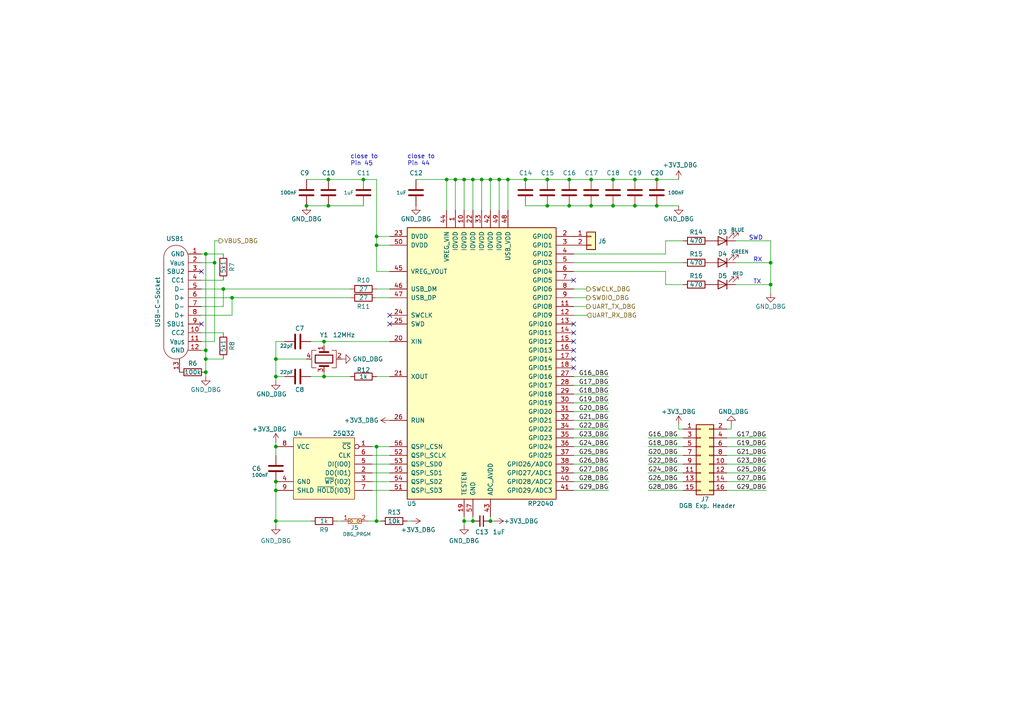
<source format=kicad_sch>
(kicad_sch (version 20231120) (generator "eeschema") (generator_version "8.0")
  (paper "A4")
  (lib_symbols
    (symbol "Connector_Generic:Conn_01x02" (pin_names (offset 1.016) hide)
      (property "Reference" "J" (at 0 2.54 0))
      (property "Value" "Conn_01x02" (at 0 -5.08 0))
      (symbol "Conn_01x02_1_1"
        (rectangle (start -1.27 -2.413) (end 0 -2.667) (stroke (width 0.1524)))
        (rectangle (start -1.27 0.127) (end 0 -0.127) (stroke (width 0.1524)))
        (rectangle (start -1.27 1.27) (end 1.27 -3.81) (stroke (width 0.254)) (fill (type background)))
        (pin passive line (at -5.08 0 0) (length 3.81) (name "Pin_1") (number "1"))
        (pin passive line (at -5.08 -2.54 0) (length 3.81) (name "Pin_2") (number "2"))
      )
    )
    (symbol "Connector_Generic:Conn_02x08_Odd_Even" (pin_names (offset 1.016) hide)
      (property "Reference" "J" (at 1.27 10.16 0))
      (property "Value" "Conn_02x08_Odd_Even" (at 1.27 -12.7 0))
      (symbol "Conn_02x08_Odd_Even_1_1"
        (rectangle (start -1.27 -10.033) (end 0 -10.287) (stroke (width 0.1524)))
        (rectangle (start -1.27 -7.493) (end 0 -7.747) (stroke (width 0.1524)))
        (rectangle (start -1.27 -4.953) (end 0 -5.207) (stroke (width 0.1524)))
        (rectangle (start -1.27 -2.413) (end 0 -2.667) (stroke (width 0.1524)))
        (rectangle (start -1.27 0.127) (end 0 -0.127) (stroke (width 0.1524)))
        (rectangle (start -1.27 2.667) (end 0 2.413) (stroke (width 0.1524)))
        (rectangle (start -1.27 5.207) (end 0 4.953) (stroke (width 0.1524)))
        (rectangle (start -1.27 7.747) (end 0 7.493) (stroke (width 0.1524)))
        (rectangle (start -1.27 8.89) (end 3.81 -11.43) (stroke (width 0.254)) (fill (type background)))
        (rectangle (start 3.81 -10.033) (end 2.54 -10.287) (stroke (width 0.1524)))
        (rectangle (start 3.81 -7.493) (end 2.54 -7.747) (stroke (width 0.1524)))
        (rectangle (start 3.81 -4.953) (end 2.54 -5.207) (stroke (width 0.1524)))
        (rectangle (start 3.81 -2.413) (end 2.54 -2.667) (stroke (width 0.1524)))
        (rectangle (start 3.81 0.127) (end 2.54 -0.127) (stroke (width 0.1524)))
        (rectangle (start 3.81 2.667) (end 2.54 2.413) (stroke (width 0.1524)))
        (rectangle (start 3.81 5.207) (end 2.54 4.953) (stroke (width 0.1524)))
        (rectangle (start 3.81 7.747) (end 2.54 7.493) (stroke (width 0.1524)))
        (pin passive line (at -5.08 7.62 0) (length 3.81) (name "Pin_1") (number "1"))
        (pin passive line (at 7.62 -2.54 180) (length 3.81) (name "Pin_10") (number "10"))
        (pin passive line (at -5.08 -5.08 0) (length 3.81) (name "Pin_11") (number "11"))
        (pin passive line (at 7.62 -5.08 180) (length 3.81) (name "Pin_12") (number "12"))
        (pin passive line (at -5.08 -7.62 0) (length 3.81) (name "Pin_13") (number "13"))
        (pin passive line (at 7.62 -7.62 180) (length 3.81) (name "Pin_14") (number "14"))
        (pin passive line (at -5.08 -10.16 0) (length 3.81) (name "Pin_15") (number "15"))
        (pin passive line (at 7.62 -10.16 180) (length 3.81) (name "Pin_16") (number "16"))
        (pin passive line (at 7.62 7.62 180) (length 3.81) (name "Pin_2") (number "2"))
        (pin passive line (at -5.08 5.08 0) (length 3.81) (name "Pin_3") (number "3"))
        (pin passive line (at 7.62 5.08 180) (length 3.81) (name "Pin_4") (number "4"))
        (pin passive line (at -5.08 2.54 0) (length 3.81) (name "Pin_5") (number "5"))
        (pin passive line (at 7.62 2.54 180) (length 3.81) (name "Pin_6") (number "6"))
        (pin passive line (at -5.08 0 0) (length 3.81) (name "Pin_7") (number "7"))
        (pin passive line (at 7.62 0 180) (length 3.81) (name "Pin_8") (number "8"))
        (pin passive line (at -5.08 -2.54 0) (length 3.81) (name "Pin_9") (number "9"))
      )
    )
    (symbol "Device:C" (pin_numbers hide) (pin_names (offset 0.254))
      (property "Reference" "C" (at 0.635 2.54 0))
      (property "Value" "C" (at 0.635 -2.54 0))
      (symbol "C_0_1"
        (polyline (pts (xy -2.032 -0.762) (xy 2.032 -0.762)) (stroke (width 0.508)))
        (polyline (pts (xy -2.032 0.762) (xy 2.032 0.762)) (stroke (width 0.508)))
      )
      (symbol "C_1_1"
        (pin passive line (at 0 3.81 270) (length 2.794) (name "~") (number "1"))
        (pin passive line (at 0 -3.81 90) (length 2.794) (name "~") (number "2"))
      )
    )
    (symbol "Device:C_Small" (pin_numbers hide) (pin_names (offset 0.254) hide)
      (property "Reference" "C" (at 0.254 1.778 0))
      (property "Value" "C_Small" (at 0.254 -2.032 0))
      (symbol "C_Small_0_1"
        (polyline (pts (xy -1.524 -0.508) (xy 1.524 -0.508)) (stroke (width 0.3302)))
        (polyline (pts (xy -1.524 0.508) (xy 1.524 0.508)) (stroke (width 0.3048)))
      )
      (symbol "C_Small_1_1"
        (pin passive line (at 0 2.54 270) (length 2.032) (name "~") (number "1"))
        (pin passive line (at 0 -2.54 90) (length 2.032) (name "~") (number "2"))
      )
    )
    (symbol "Device:Crystal_GND24" (pin_names (offset 1.016) hide)
      (property "Reference" "Y" (at 3.175 5.08 0))
      (property "Value" "Crystal_GND24" (at 3.175 3.175 0))
      (symbol "Crystal_GND24_0_1"
        (rectangle (start -1.143 2.54) (end 1.143 -2.54) (stroke (width 0.3048)))
        (polyline (pts (xy -2.54 0) (xy -2.032 0)))
        (polyline (pts (xy -2.032 -1.27) (xy -2.032 1.27)) (stroke (width 0.508)))
        (polyline (pts (xy 0 -3.81) (xy 0 -3.556)))
        (polyline (pts (xy 0 3.556) (xy 0 3.81)))
        (polyline (pts (xy 2.032 -1.27) (xy 2.032 1.27)) (stroke (width 0.508)))
        (polyline (pts (xy 2.032 0) (xy 2.54 0)))
        (polyline (pts (xy -2.54 -2.286) (xy -2.54 -3.556) (xy 2.54 -3.556) (xy 2.54 -2.286)))
        (polyline (pts (xy -2.54 2.286) (xy -2.54 3.556) (xy 2.54 3.556) (xy 2.54 2.286)))
      )
      (symbol "Crystal_GND24_1_1"
        (pin passive line (at -3.81 0 0) (length 1.27) (name "1") (number "1"))
        (pin passive line (at 0 5.08 270) (length 1.27) (name "2") (number "2"))
        (pin passive line (at 3.81 0 180) (length 1.27) (name "3") (number "3"))
        (pin passive line (at 0 -5.08 90) (length 1.27) (name "4") (number "4"))
      )
    )
    (symbol "Device:LED" (pin_numbers hide) (pin_names (offset 1.016) hide)
      (property "Reference" "D" (at 0 2.54 0))
      (property "Value" "LED" (at 0 -2.54 0))
      (symbol "LED_0_1"
        (polyline (pts (xy -1.27 -1.27) (xy -1.27 1.27)) (stroke (width 0.254)))
        (polyline (pts (xy -1.27 0) (xy 1.27 0)))
        (polyline (pts (xy 1.27 -1.27) (xy 1.27 1.27) (xy -1.27 0) (xy 1.27 -1.27)) (stroke (width 0.254)))
        (polyline (pts (xy -3.048 -0.762) (xy -4.572 -2.286) (xy -3.81 -2.286) (xy -4.572 -2.286) (xy -4.572 -1.524)))
        (polyline (pts (xy -1.778 -0.762) (xy -3.302 -2.286) (xy -2.54 -2.286) (xy -3.302 -2.286) (xy -3.302 -1.524)))
      )
      (symbol "LED_1_1"
        (pin passive line (at -3.81 0 0) (length 2.54) (name "K") (number "1"))
        (pin passive line (at 3.81 0 180) (length 2.54) (name "A") (number "2"))
      )
    )
    (symbol "Device:R" (pin_numbers hide) (pin_names (offset 0))
      (property "Reference" "R" (at 2.032 0 90))
      (property "Value" "R" (at 0 0 90))
      (symbol "R_0_1"
        (rectangle (start -1.016 -2.54) (end 1.016 2.54) (stroke (width 0.254)))
      )
      (symbol "R_1_1"
        (pin passive line (at 0 3.81 270) (length 1.27) (name "~") (number "1"))
        (pin passive line (at 0 -3.81 90) (length 1.27) (name "~") (number "2"))
      )
    )
    (symbol "rp2350b-launchpad-PCB:+3V3_DBG" (power) (pin_names (offset 0))
      (property "Value" "+3V3_DBG" (at 0 3.556 0))
      (symbol "+3V3_DBG_0_1"
        (polyline (pts (xy -0.762 1.27) (xy 0 2.54)))
        (polyline (pts (xy 0 0) (xy 0 2.54)))
        (polyline (pts (xy 0 2.54) (xy 0.762 1.27)))
      )
      (symbol "+3V3_DBG_1_1"
        (pin power_in line (at 0 0 90) (length 0) hide (name "+3V3_DBG") (number "1"))
      )
    )
    (symbol "rp2350b-launchpad-PCB:25Q32" (pin_names (offset 1.016))
      (property "Reference" "U6" (at 7.62 10.16 0))
      (property "Value" "25Q32" (at -0.635 -10.16 0))
      (symbol "25Q32_0_1"
        (rectangle (start -8.89 8.89) (end 8.89 -8.89) (fill (type background)))
      )
      (symbol "25Q32_1_1"
        (pin input inverted (at -13.97 6.35 0) (length 5.08) (name "~{CS}") (number "1"))
        (pin bidirectional line (at -13.97 -1.27 0) (length 5.08) (name "DO(IO1)") (number "2"))
        (pin bidirectional line (at -13.97 -3.81 0) (length 5.08) (name "~{WP}(IO2)") (number "3"))
        (pin power_in line (at 13.97 -3.81 180) (length 5.08) (name "GND") (number "4"))
        (pin bidirectional line (at -13.97 1.27 0) (length 5.08) (name "DI(IO0)") (number "5"))
        (pin input line (at -13.97 3.81 0) (length 5.08) (name "CLK") (number "6"))
        (pin bidirectional line (at -13.97 -6.35 0) (length 5.08) (name "~{HOLD}(IO3)") (number "7"))
        (pin power_in line (at 13.97 6.35 180) (length 5.08) (name "VCC") (number "8"))
        (pin passive line (at 13.97 -6.35 180) (length 5.08) (name "SHLD") (number "9"))
      )
    )
    (symbol "rp2350b-launchpad-PCB:GND_DBG" (power) (pin_names (offset 0))
      (property "Value" "GND_DBG" (at 0 -3.81 0))
      (symbol "GND_DBG_0_1"
        (polyline (pts (xy 0 0) (xy 0 -1.27) (xy 1.27 -1.27) (xy 0 -2.54) (xy -1.27 -1.27) (xy 0 -1.27)))
      )
      (symbol "GND_DBG_1_1"
        (pin power_in line (at 0 0 270) (length 0) hide (name "GND_DBG") (number "1"))
      )
    )
    (symbol "rp2350b-launchpad-PCB:Jumper" (pin_names (offset 1.016))
      (property "Reference" "J" (at -3.302 3.048 0))
      (property "Value" "Jumper" (at 2.794 3.302 0))
      (symbol "Jumper_0_1"
        (rectangle (start -1.905 0.635) (end 1.905 -0.635) (fill (type background)))
        (circle (center -1.016 0) (radius 0.3556))
        (circle (center 1.016 0) (radius 0.3556))
      )
      (symbol "Jumper_1_1"
        (pin passive line (at -3.81 0 0) (length 2.4384) (name "~") (number "1"))
        (pin passive line (at 3.81 0 180) (length 2.4384) (name "~") (number "2"))
      )
    )
    (symbol "rp2350b-launchpad-PCB:RP2040" (pin_names (offset 1.016))
      (property "Reference" "U" (at -24.13 40.64 0))
      (property "Value" "RP2040" (at -24.13 -41.91 0))
      (symbol "RP2040_0_0"
        (rectangle (start -21.59 -39.37) (end 21.59 39.37) (stroke (width 0.254)) (fill (type background)))
        (pin power_in line (at -7.62 44.45 270) (length 5.08) (name "IOVDD") (number "1"))
        (pin power_in line (at -5.08 44.45 270) (length 5.08) (name "IOVDD") (number "10"))
        (pin bidirectional line (at 26.67 16.51 180) (length 5.08) (name "GPIO8") (number "11"))
        (pin bidirectional line (at 26.67 13.97 180) (length 5.08) (name "GPIO9") (number "12"))
        (pin bidirectional line (at 26.67 11.43 180) (length 5.08) (name "GPIO10") (number "13"))
        (pin bidirectional line (at 26.67 8.89 180) (length 5.08) (name "GPIO11") (number "14"))
        (pin bidirectional line (at 26.67 6.35 180) (length 5.08) (name "GPIO12") (number "15"))
        (pin bidirectional line (at 26.67 3.81 180) (length 5.08) (name "GPIO13") (number "16"))
        (pin bidirectional line (at 26.67 1.27 180) (length 5.08) (name "GPIO14") (number "17"))
        (pin bidirectional line (at 26.67 -1.27 180) (length 5.08) (name "GPIO15") (number "18"))
        (pin passive line (at -5.08 -44.45 90) (length 5.08) (name "TESTEN") (number "19"))
        (pin bidirectional line (at 26.67 36.83 180) (length 5.08) (name "GPIO0") (number "2"))
        (pin input line (at -26.67 6.35 0) (length 5.08) (name "XIN") (number "20"))
        (pin output line (at -26.67 -3.81 0) (length 5.08) (name "XOUT") (number "21"))
        (pin power_in line (at -2.54 44.45 270) (length 5.08) (name "IOVDD") (number "22"))
        (pin power_in line (at -26.67 36.83 0) (length 5.08) (name "DVDD") (number "23"))
        (pin input line (at -26.67 13.97 0) (length 5.08) (name "SWCLK") (number "24"))
        (pin bidirectional line (at -26.67 11.43 0) (length 5.08) (name "SWD") (number "25"))
        (pin input line (at -26.67 -16.51 0) (length 5.08) (name "RUN") (number "26"))
        (pin bidirectional line (at 26.67 -3.81 180) (length 5.08) (name "GPIO16") (number "27"))
        (pin bidirectional line (at 26.67 -6.35 180) (length 5.08) (name "GPIO17") (number "28"))
        (pin bidirectional line (at 26.67 -8.89 180) (length 5.08) (name "GPIO18") (number "29"))
        (pin bidirectional line (at 26.67 34.29 180) (length 5.08) (name "GPIO1") (number "3"))
        (pin bidirectional line (at 26.67 -11.43 180) (length 5.08) (name "GPIO19") (number "30"))
        (pin bidirectional line (at 26.67 -13.97 180) (length 5.08) (name "GPIO20") (number "31"))
        (pin bidirectional line (at 26.67 -16.51 180) (length 5.08) (name "GPIO21") (number "32"))
        (pin power_in line (at 0 44.45 270) (length 5.08) (name "IOVDD") (number "33"))
        (pin bidirectional line (at 26.67 -19.05 180) (length 5.08) (name "GPIO22") (number "34"))
        (pin bidirectional line (at 26.67 -21.59 180) (length 5.08) (name "GPIO23") (number "35"))
        (pin bidirectional line (at 26.67 -24.13 180) (length 5.08) (name "GPIO24") (number "36"))
        (pin bidirectional line (at 26.67 -26.67 180) (length 5.08) (name "GPIO25") (number "37"))
        (pin bidirectional line (at 26.67 -29.21 180) (length 5.08) (name "GPIO26/ADC0") (number "38"))
        (pin bidirectional line (at 26.67 -31.75 180) (length 5.08) (name "GPIO27/ADC1") (number "39"))
        (pin bidirectional line (at 26.67 31.75 180) (length 5.08) (name "GPIO2") (number "4"))
        (pin bidirectional line (at 26.67 -34.29 180) (length 5.08) (name "GPIO28/ADC2") (number "40"))
        (pin bidirectional line (at 26.67 -36.83 180) (length 5.08) (name "GPIO29/ADC3") (number "41"))
        (pin power_in line (at 2.54 44.45 270) (length 5.08) (name "IOVDD") (number "42"))
        (pin power_in line (at 2.54 -44.45 90) (length 5.08) (name "ADC_AVDD") (number "43"))
        (pin input line (at -10.16 44.45 270) (length 5.08) (name "VREG_VIN") (number "44"))
        (pin bidirectional line (at -26.67 21.59 0) (length 5.08) (name "USB_DM") (number "46"))
        (pin bidirectional line (at -26.67 19.05 0) (length 5.08) (name "USB_DP") (number "47"))
        (pin power_in line (at 7.62 44.45 270) (length 5.08) (name "USB_VDD") (number "48"))
        (pin power_in line (at 5.08 44.45 270) (length 5.08) (name "IOVDD") (number "49"))
        (pin bidirectional line (at 26.67 29.21 180) (length 5.08) (name "GPIO3") (number "5"))
        (pin power_in line (at -26.67 34.29 0) (length 5.08) (name "DVDD") (number "50"))
        (pin bidirectional line (at -26.67 -36.83 0) (length 5.08) (name "QSPI_SD3") (number "51"))
        (pin bidirectional line (at -26.67 -26.67 0) (length 5.08) (name "QSPI_SCLK") (number "52"))
        (pin bidirectional line (at -26.67 -29.21 0) (length 5.08) (name "QSPI_SD0") (number "53"))
        (pin bidirectional line (at -26.67 -34.29 0) (length 5.08) (name "QSPI_SD2") (number "54"))
        (pin bidirectional line (at -26.67 -31.75 0) (length 5.08) (name "QSPI_SD1") (number "55"))
        (pin bidirectional line (at -26.67 -24.13 0) (length 5.08) (name "QSPI_CSN") (number "56"))
        (pin power_in line (at -2.54 -44.45 90) (length 5.08) (name "GND") (number "57"))
        (pin bidirectional line (at 26.67 26.67 180) (length 5.08) (name "GPIO4") (number "6"))
        (pin bidirectional line (at 26.67 24.13 180) (length 5.08) (name "GPIO5") (number "7"))
        (pin bidirectional line (at 26.67 21.59 180) (length 5.08) (name "GPIO6") (number "8"))
        (pin bidirectional line (at 26.67 19.05 180) (length 5.08) (name "GPIO7") (number "9"))
      )
      (symbol "RP2040_1_0"
        (pin power_out line (at -26.67 26.67 0) (length 5.08) (name "VREG_VOUT") (number "45"))
      )
    )
    (symbol "rp2350b-launchpad-PCB:USB-C-Socket" (pin_names (offset 1.016))
      (property "Reference" "USB2" (at -5.715 18.415 0))
      (property "Value" "USB-C-Socket" (at -11.43 0.635 90))
      (symbol "USB-C-Socket_0_1"
        (arc (start -9.6525 -13.0657) (mid -5.969 -16.51) (end -2.5405 -12.8117))
        (arc (start -2.5395 13.0657) (mid -6.223 16.51) (end -9.6515 12.8117))
        (polyline (pts (xy -9.652 12.7) (xy -9.652 -12.954)))
        (polyline (pts (xy -2.54 -12.7) (xy -2.54 12.954)))
      )
      (symbol "USB-C-Socket_1_1"
        (pin power_out line (at 1.27 13.97 180) (length 3.81) (name "GND") (number "1"))
        (pin input line (at 1.27 -8.89 180) (length 3.81) (name "CC2") (number "10"))
        (pin power_in line (at 1.27 -11.43 180) (length 3.81) (name "V_{BUS}") (number "11"))
        (pin power_in line (at 1.27 -13.97 180) (length 3.81) (name "GND") (number "12"))
        (pin passive line (at -5.08 -20.32 90) (length 3.81) (name "") (number "13"))
        (pin power_out line (at 1.27 11.43 180) (length 3.81) (name "V_{BUS}") (number "2"))
        (pin passive line (at 1.27 8.89 180) (length 3.81) (name "SBU2") (number "3"))
        (pin input line (at 1.27 6.35 180) (length 3.81) (name "CC1") (number "4"))
        (pin bidirectional line (at 1.27 3.81 180) (length 3.81) (name "D-") (number "5"))
        (pin bidirectional line (at 1.27 1.27 180) (length 3.81) (name "D+") (number "6"))
        (pin bidirectional line (at 1.27 -1.27 180) (length 3.81) (name "D-") (number "7"))
        (pin bidirectional line (at 1.27 -3.81 180) (length 3.81) (name "D+") (number "8"))
        (pin passive line (at 1.27 -6.35 180) (length 3.81) (name "SBU1") (number "9"))
      )
    )
  )
  (junction (at 64.77 83.82))
  (junction (at 59.69 107.95))
  (junction (at 190.5 59.69))
  (junction (at 137.16 151.13))
  (junction (at 144.78 52.07))
  (junction (at 171.45 59.69))
  (junction (at 95.25 52.07))
  (junction (at 139.7 52.07))
  (junction (at 171.45 52.07))
  (junction (at 137.16 52.07))
  (junction (at 152.4 52.07))
  (junction (at 142.24 151.13))
  (junction (at 134.62 52.07))
  (junction (at 59.69 101.6))
  (junction (at 67.31 86.36))
  (junction (at 59.69 73.66))
  (junction (at 109.22 71.12))
  (junction (at 165.1 52.07))
  (junction (at 184.15 52.07))
  (junction (at 80.01 139.7))
  (junction (at 177.8 52.07))
  (junction (at 142.24 52.07))
  (junction (at 62.23 76.2))
  (junction (at 80.01 104.14))
  (junction (at 165.1 59.69))
  (junction (at 190.5 52.07))
  (junction (at 109.22 151.13))
  (junction (at 95.25 59.69))
  (junction (at 80.01 129.54))
  (junction (at 105.41 52.07))
  (junction (at 93.98 109.22))
  (junction (at 80.01 142.24))
  (junction (at 88.9 59.69))
  (junction (at 147.32 52.07))
  (junction (at 129.54 52.07))
  (junction (at 59.69 104.14))
  (junction (at 223.52 76.2))
  (junction (at 80.01 109.22))
  (junction (at 80.01 151.13))
  (junction (at 93.98 99.06))
  (junction (at 177.8 59.69))
  (junction (at 158.75 59.69))
  (junction (at 223.52 82.55))
  (junction (at 134.62 151.13))
  (junction (at 109.22 68.58))
  (junction (at 184.15 59.69))
  (junction (at 158.75 52.07))
  (junction (at 109.22 129.54))
  (junction (at 132.08 52.07))
  (no_connect (at 166.37 96.52))
  (no_connect (at 58.42 78.74))
  (no_connect (at 166.37 106.68))
  (no_connect (at 166.37 101.6))
  (no_connect (at 58.42 93.98))
  (no_connect (at 166.37 99.06))
  (no_connect (at 113.03 93.98))
  (no_connect (at 166.37 81.28))
  (no_connect (at 166.37 93.98))
  (no_connect (at 113.03 91.44))
  (no_connect (at 166.37 104.14))
  (wire (pts (xy 64.77 88.9) (xy 64.77 83.82)))
  (wire (pts (xy 59.69 104.14) (xy 64.77 104.14)))
  (wire (pts (xy 142.24 151.13) (xy 142.24 149.86)))
  (wire (pts (xy 59.69 107.95) (xy 59.69 109.22)))
  (wire (pts (xy 109.22 109.22) (xy 113.03 109.22)))
  (wire (pts (xy 109.22 71.12) (xy 109.22 78.74)))
  (wire (pts (xy 107.95 129.54) (xy 109.22 129.54)))
  (wire (pts (xy 213.36 69.85) (xy 223.52 69.85)))
  (wire (pts (xy 139.7 52.07) (xy 139.7 60.96)))
  (wire (pts (xy 80.01 142.24) (xy 80.01 151.13)))
  (wire (pts (xy 190.5 52.07) (xy 196.85 52.07)))
  (wire (pts (xy 139.7 52.07) (xy 142.24 52.07)))
  (wire (pts (xy 80.01 129.54) (xy 80.01 128.27)))
  (wire (pts (xy 109.22 151.13) (xy 109.22 129.54)))
  (wire (pts (xy 166.37 137.16) (xy 176.53 137.16)))
  (wire (pts (xy 80.01 99.06) (xy 80.01 104.14)))
  (wire (pts (xy 59.69 101.6) (xy 59.69 104.14)))
  (wire (pts (xy 58.42 83.82) (xy 64.77 83.82)))
  (wire (pts (xy 166.37 132.08) (xy 176.53 132.08)))
  (wire (pts (xy 166.37 129.54) (xy 176.53 129.54)))
  (wire (pts (xy 196.85 124.46) (xy 196.85 123.19)))
  (wire (pts (xy 59.69 73.66) (xy 64.77 73.66)))
  (wire (pts (xy 109.22 52.07) (xy 109.22 68.58)))
  (wire (pts (xy 166.37 91.44) (xy 170.18 91.44)))
  (wire (pts (xy 105.41 52.07) (xy 109.22 52.07)))
  (wire (pts (xy 64.77 83.82) (xy 101.6 83.82)))
  (wire (pts (xy 95.25 59.69) (xy 88.9 59.69)))
  (wire (pts (xy 59.69 104.14) (xy 59.69 107.95)))
  (wire (pts (xy 147.32 52.07) (xy 152.4 52.07)))
  (wire (pts (xy 210.82 124.46) (xy 212.09 124.46)))
  (wire (pts (xy 134.62 52.07) (xy 134.62 60.96)))
  (wire (pts (xy 187.96 132.08) (xy 198.12 132.08)))
  (wire (pts (xy 97.79 151.13) (xy 99.06 151.13)))
  (wire (pts (xy 166.37 86.36) (xy 170.18 86.36)))
  (wire (pts (xy 210.82 132.08) (xy 222.25 132.08)))
  (wire (pts (xy 143.51 151.13) (xy 142.24 151.13)))
  (wire (pts (xy 93.98 109.22) (xy 101.6 109.22)))
  (wire (pts (xy 67.31 91.44) (xy 67.31 86.36)))
  (wire (pts (xy 166.37 139.7) (xy 176.53 139.7)))
  (wire (pts (xy 118.11 151.13) (xy 119.38 151.13)))
  (wire (pts (xy 106.68 151.13) (xy 109.22 151.13)))
  (wire (pts (xy 58.42 73.66) (xy 59.69 73.66)))
  (wire (pts (xy 166.37 116.84) (xy 176.53 116.84)))
  (wire (pts (xy 80.01 151.13) (xy 80.01 152.4)))
  (wire (pts (xy 80.01 104.14) (xy 80.01 109.22)))
  (wire (pts (xy 223.52 69.85) (xy 223.52 76.2)))
  (wire (pts (xy 166.37 114.3) (xy 176.53 114.3)))
  (wire (pts (xy 134.62 52.07) (xy 137.16 52.07)))
  (wire (pts (xy 109.22 68.58) (xy 113.03 68.58)))
  (wire (pts (xy 166.37 76.2) (xy 198.12 76.2)))
  (wire (pts (xy 80.01 132.08) (xy 80.01 129.54)))
  (wire (pts (xy 210.82 139.7) (xy 222.25 139.7)))
  (wire (pts (xy 80.01 151.13) (xy 90.17 151.13)))
  (wire (pts (xy 193.04 78.74) (xy 193.04 82.55)))
  (wire (pts (xy 107.95 132.08) (xy 113.03 132.08)))
  (wire (pts (xy 210.82 127) (xy 222.25 127)))
  (wire (pts (xy 213.36 76.2) (xy 223.52 76.2)))
  (wire (pts (xy 137.16 52.07) (xy 139.7 52.07)))
  (wire (pts (xy 80.01 104.14) (xy 88.9 104.14)))
  (wire (pts (xy 105.41 59.69) (xy 95.25 59.69)))
  (wire (pts (xy 134.62 149.86) (xy 134.62 151.13)))
  (wire (pts (xy 187.96 134.62) (xy 198.12 134.62)))
  (wire (pts (xy 109.22 71.12) (xy 113.03 71.12)))
  (wire (pts (xy 193.04 73.66) (xy 193.04 69.85)))
  (wire (pts (xy 166.37 83.82) (xy 170.18 83.82)))
  (wire (pts (xy 59.69 73.66) (xy 59.69 101.6)))
  (wire (pts (xy 165.1 52.07) (xy 171.45 52.07)))
  (wire (pts (xy 93.98 107.95) (xy 93.98 109.22)))
  (wire (pts (xy 107.95 142.24) (xy 113.03 142.24)))
  (wire (pts (xy 190.5 59.69) (xy 196.85 59.69)))
  (wire (pts (xy 152.4 59.69) (xy 158.75 59.69)))
  (wire (pts (xy 80.01 109.22) (xy 80.01 110.49)))
  (wire (pts (xy 109.22 129.54) (xy 113.03 129.54)))
  (wire (pts (xy 187.96 127) (xy 198.12 127)))
  (wire (pts (xy 144.78 52.07) (xy 147.32 52.07)))
  (wire (pts (xy 62.23 69.85) (xy 62.23 76.2)))
  (wire (pts (xy 137.16 52.07) (xy 137.16 60.96)))
  (wire (pts (xy 147.32 52.07) (xy 147.32 60.96)))
  (wire (pts (xy 62.23 76.2) (xy 62.23 99.06)))
  (wire (pts (xy 171.45 59.69) (xy 177.8 59.69)))
  (wire (pts (xy 58.42 101.6) (xy 59.69 101.6)))
  (wire (pts (xy 62.23 69.85) (xy 63.5 69.85)))
  (wire (pts (xy 166.37 88.9) (xy 170.18 88.9)))
  (wire (pts (xy 109.22 78.74) (xy 113.03 78.74)))
  (wire (pts (xy 95.25 52.07) (xy 105.41 52.07)))
  (wire (pts (xy 120.65 52.07) (xy 129.54 52.07)))
  (wire (pts (xy 210.82 129.54) (xy 222.25 129.54)))
  (wire (pts (xy 166.37 119.38) (xy 176.53 119.38)))
  (wire (pts (xy 210.82 134.62) (xy 222.25 134.62)))
  (wire (pts (xy 137.16 151.13) (xy 137.16 149.86)))
  (wire (pts (xy 107.95 134.62) (xy 113.03 134.62)))
  (wire (pts (xy 166.37 127) (xy 176.53 127)))
  (wire (pts (xy 80.01 99.06) (xy 82.55 99.06)))
  (wire (pts (xy 93.98 99.06) (xy 113.03 99.06)))
  (wire (pts (xy 107.95 137.16) (xy 113.03 137.16)))
  (wire (pts (xy 88.9 52.07) (xy 95.25 52.07)))
  (wire (pts (xy 210.82 137.16) (xy 222.25 137.16)))
  (wire (pts (xy 166.37 109.22) (xy 176.53 109.22)))
  (wire (pts (xy 223.52 76.2) (xy 223.52 82.55)))
  (wire (pts (xy 109.22 68.58) (xy 109.22 71.12)))
  (wire (pts (xy 184.15 52.07) (xy 190.5 52.07)))
  (wire (pts (xy 58.42 99.06) (xy 62.23 99.06)))
  (wire (pts (xy 134.62 151.13) (xy 137.16 151.13)))
  (wire (pts (xy 187.96 129.54) (xy 198.12 129.54)))
  (wire (pts (xy 129.54 52.07) (xy 132.08 52.07)))
  (wire (pts (xy 187.96 139.7) (xy 198.12 139.7)))
  (wire (pts (xy 58.42 76.2) (xy 62.23 76.2)))
  (wire (pts (xy 142.24 52.07) (xy 144.78 52.07)))
  (wire (pts (xy 93.98 100.33) (xy 93.98 99.06)))
  (wire (pts (xy 187.96 142.24) (xy 198.12 142.24)))
  (wire (pts (xy 165.1 59.69) (xy 171.45 59.69)))
  (wire (pts (xy 187.96 137.16) (xy 198.12 137.16)))
  (wire (pts (xy 166.37 121.92) (xy 176.53 121.92)))
  (wire (pts (xy 109.22 83.82) (xy 113.03 83.82)))
  (wire (pts (xy 58.42 91.44) (xy 67.31 91.44)))
  (wire (pts (xy 166.37 73.66) (xy 193.04 73.66)))
  (wire (pts (xy 67.31 86.36) (xy 101.6 86.36)))
  (wire (pts (xy 132.08 52.07) (xy 134.62 52.07)))
  (wire (pts (xy 158.75 52.07) (xy 165.1 52.07)))
  (wire (pts (xy 223.52 85.09) (xy 223.52 82.55)))
  (wire (pts (xy 58.42 81.28) (xy 64.77 81.28)))
  (wire (pts (xy 166.37 111.76) (xy 176.53 111.76)))
  (wire (pts (xy 213.36 82.55) (xy 223.52 82.55)))
  (wire (pts (xy 193.04 69.85) (xy 198.12 69.85)))
  (wire (pts (xy 177.8 59.69) (xy 184.15 59.69)))
  (wire (pts (xy 80.01 139.7) (xy 80.01 142.24)))
  (wire (pts (xy 166.37 78.74) (xy 193.04 78.74)))
  (wire (pts (xy 166.37 124.46) (xy 176.53 124.46)))
  (wire (pts (xy 177.8 52.07) (xy 184.15 52.07)))
  (wire (pts (xy 158.75 59.69) (xy 165.1 59.69)))
  (wire (pts (xy 210.82 142.24) (xy 222.25 142.24)))
  (wire (pts (xy 171.45 52.07) (xy 177.8 52.07)))
  (wire (pts (xy 90.17 99.06) (xy 93.98 99.06)))
  (wire (pts (xy 93.98 109.22) (xy 90.17 109.22)))
  (wire (pts (xy 82.55 109.22) (xy 80.01 109.22)))
  (wire (pts (xy 212.09 124.46) (xy 212.09 123.19)))
  (wire (pts (xy 113.03 86.36) (xy 109.22 86.36)))
  (wire (pts (xy 142.24 52.07) (xy 142.24 60.96)))
  (wire (pts (xy 134.62 152.4) (xy 134.62 151.13)))
  (wire (pts (xy 129.54 52.07) (xy 129.54 60.96)))
  (wire (pts (xy 144.78 52.07) (xy 144.78 60.96)))
  (wire (pts (xy 198.12 124.46) (xy 196.85 124.46)))
  (wire (pts (xy 58.42 88.9) (xy 64.77 88.9)))
  (wire (pts (xy 198.12 82.55) (xy 193.04 82.55)))
  (wire (pts (xy 109.22 151.13) (xy 110.49 151.13)))
  (wire (pts (xy 184.15 59.69) (xy 190.5 59.69)))
  (wire (pts (xy 166.37 142.24) (xy 176.53 142.24)))
  (wire (pts (xy 166.37 134.62) (xy 176.53 134.62)))
  (wire (pts (xy 58.42 96.52) (xy 64.77 96.52)))
  (wire (pts (xy 132.08 52.07) (xy 132.08 60.96)))
  (wire (pts (xy 152.4 52.07) (xy 158.75 52.07)))
  (wire (pts (xy 58.42 86.36) (xy 67.31 86.36)))
  (wire (pts (xy 107.95 139.7) (xy 113.03 139.7)))
  (text "RX\n" (at 218.44 76.2 0) (effects (font (size 1.27 1.27)) (justify left bottom)))
  (text "SWD" (at 217.17 69.85 0) (effects (font (size 1.27 1.27)) (justify left bottom)))
  (text "close to\nPin 45" (at 101.6 48.26 0) (effects (font (size 1.27 1.27)) (justify left bottom)))
  (text "close to\nPin 44\n" (at 118.11 48.26 0) (effects (font (size 1.27 1.27)) (justify left bottom)))
  (text "TX" (at 218.44 82.55 0) (effects (font (size 1.27 1.27)) (justify left bottom)))
  (label "G22_DBG" (at 187.96 134.62 0))
  (label "G16_DBG" (at 176.53 109.22 180))
  (label "G29_DBG" (at 176.53 142.24 180))
  (label "G24_DBG" (at 176.53 129.54 180))
  (label "G26_DBG" (at 187.96 139.7 0))
  (label "G28_DBG" (at 187.96 142.24 0))
  (label "G17_DBG" (at 176.53 111.76 180))
  (label "G28_DBG" (at 176.53 139.7 180))
  (label "G19_DBG" (at 222.25 129.54 180))
  (label "G16_DBG" (at 187.96 127 0))
  (label "G22_DBG" (at 176.53 124.46 180))
  (label "G26_DBG" (at 176.53 134.62 180))
  (label "G20_DBG" (at 176.53 119.38 180))
  (label "G21_DBG" (at 222.25 132.08 180))
  (label "G29_DBG" (at 222.25 142.24 180))
  (label "G23_DBG" (at 176.53 127 180))
  (label "G25_DBG" (at 176.53 132.08 180))
  (label "G23_DBG" (at 222.25 134.62 180))
  (label "G27_DBG" (at 222.25 139.7 180))
  (label "G21_DBG" (at 176.53 121.92 180))
  (label "G18_DBG" (at 187.96 129.54 0))
  (label "G20_DBG" (at 187.96 132.08 0))
  (label "G24_DBG" (at 187.96 137.16 0))
  (label "G25_DBG" (at 222.25 137.16 180))
  (label "G19_DBG" (at 176.53 116.84 180))
  (label "G17_DBG" (at 222.25 127 180))
  (label "G27_DBG" (at 176.53 137.16 180))
  (label "G18_DBG" (at 176.53 114.3 180))
  (hierarchical_label "SWCLK_DBG" (shape output) (at 170.18 83.82 0))
  (hierarchical_label "UART_TX_DBG" (shape output) (at 170.18 88.9 0))
  (hierarchical_label "SWDIO_DBG" (shape output) (at 170.18 86.36 0))
  (hierarchical_label "VBUS_DBG" (shape output) (at 63.5 69.85 0))
  (hierarchical_label "UART_RX_DBG" (shape input) (at 170.18 91.44 0))
  (symbol (lib_id "rp2350b-launchpad-PCB:25Q32") (at 93.98 135.89 0) (mirror y) (unit 1)
    (property "Reference" "U4" (at 86.36 125.73 0))
    (property "Value" "25Q32" (at 99.695 125.73 0))
    (property "Footprint" "Package_SON:WSON-8-1EP_6x5mm_P1.27mm_EP3.4x4.3mm" (effects (hide yes)))
    (property "Datasheet" "https://www.digikey.de/de/products/detail/winbond-electronics/W25Q32JWZPIQ/8568189" (effects (hide yes)))
  )
  (symbol (lib_id "Device:C") (at 152.4 55.88 0) (unit 1)
    (property "Reference" "C14" (at 150.495 50.165 0) (effects (justify left)))
    (property "Value" "100nF" (effects (hide yes)))
    (property "Footprint" "Capacitor_SMD:C_0603_1608Metric" (effects (hide yes)))
    (property "Datasheet" "https://www.digikey.de/de/products/detail/kemet/C0603C104J4RAC7013/8572406" (effects (hide yes)))
    (property "MANUFACTURER" "z.B. Kemet" (effects (hide yes)))
    (property "STANDARD" "unkritisch" (effects (hide yes)))
  )
  (symbol (lib_id "Device:C") (at 158.75 55.88 0) (unit 1)
    (property "Reference" "C15" (at 156.845 50.165 0) (effects (justify left)))
    (property "Value" "100nF" (effects (hide yes)))
    (property "Footprint" "Capacitor_SMD:C_0603_1608Metric" (effects (hide yes)))
    (property "Datasheet" "https://www.digikey.de/de/products/detail/kemet/C0603C104J4RAC7013/8572406" (effects (hide yes)))
    (property "MANUFACTURER" "z.B. Kemet" (effects (hide yes)))
    (property "STANDARD" "unkritisch" (effects (hide yes)))
  )
  (symbol (lib_id "Device:C") (at 165.1 55.88 0) (unit 1)
    (property "Reference" "C16" (at 163.195 50.165 0) (effects (justify left)))
    (property "Value" "100nF" (effects (hide yes)))
    (property "Footprint" "Capacitor_SMD:C_0603_1608Metric" (effects (hide yes)))
    (property "Datasheet" "https://www.digikey.de/de/products/detail/kemet/C0603C104J4RAC7013/8572406" (effects (hide yes)))
    (property "MANUFACTURER" "z.B. Kemet" (effects (hide yes)))
    (property "STANDARD" "unkritisch" (effects (hide yes)))
  )
  (symbol (lib_id "Device:C") (at 171.45 55.88 0) (unit 1)
    (property "Reference" "C17" (at 169.545 50.165 0) (effects (justify left)))
    (property "Value" "100nF" (effects (hide yes)))
    (property "Footprint" "Capacitor_SMD:C_0603_1608Metric" (effects (hide yes)))
    (property "Datasheet" "https://www.digikey.de/de/products/detail/kemet/C0603C104J4RAC7013/8572406" (effects (hide yes)))
    (property "MANUFACTURER" "z.B. Kemet" (effects (hide yes)))
    (property "STANDARD" "unkritisch" (effects (hide yes)))
  )
  (symbol (lib_id "Device:C") (at 177.8 55.88 0) (unit 1)
    (property "Reference" "C18" (at 175.895 50.165 0) (effects (justify left)))
    (property "Value" "100nF" (effects (hide yes)))
    (property "Footprint" "Capacitor_SMD:C_0603_1608Metric" (effects (hide yes)))
    (property "Datasheet" "https://www.digikey.de/de/products/detail/kemet/C0603C104J4RAC7013/8572406" (effects (hide yes)))
    (property "MANUFACTURER" "z.B. Kemet" (effects (hide yes)))
    (property "STANDARD" "unkritisch" (effects (hide yes)))
  )
  (symbol (lib_id "Device:C") (at 184.15 55.88 0) (unit 1)
    (property "Reference" "C19" (at 182.245 50.165 0) (effects (justify left)))
    (property "Value" "100nF" (effects (hide yes)))
    (property "Footprint" "Capacitor_SMD:C_0603_1608Metric" (effects (hide yes)))
    (property "Datasheet" "https://www.digikey.de/de/products/detail/kemet/C0603C104J4RAC7013/8572406" (effects (hide yes)))
    (property "MANUFACTURER" "z.B. Kemet" (effects (hide yes)))
    (property "STANDARD" "unkritisch" (effects (hide yes)))
  )
  (symbol (lib_id "Device:C") (at 80.01 135.89 0) (unit 1)
    (property "Reference" "C6" (at 73.025 135.89 0) (effects (justify left)))
    (property "Value" "100nF" (at 73.025 137.795 0) (effects (font (size 1.016 1.016)) (justify left)))
    (property "Footprint" "Capacitor_SMD:C_0603_1608Metric" (effects (hide yes)))
    (property "Datasheet" "https://www.digikey.de/de/products/detail/kemet/C0603C104J4RAC7013/8572406" (effects (hide yes)))
    (property "MANUFACTURER" "z.B. Kemet" (effects (hide yes)))
    (property "STANDARD" "unkritisch" (effects (hide yes)))
  )
  (symbol (lib_id "rp2350b-launchpad-PCB:RP2040") (at 139.7 105.41 0) (unit 1)
    (property "Reference" "U5" (at 119.38 146.05 0))
    (property "Value" "RP2040" (at 156.845 146.05 0))
    (property "Footprint" "rp2350-launchpad:QFN40P700X700X90-57N" (effects (hide yes)))
    (property "Datasheet" "https://www.digikey.de/de/products/detail/raspberry-pi/SC0914-13/14306010" (effects (hide yes)))
    (property "STANDARD" "IPC 7351B" (effects (hide yes)))
    (property "MAXIMUM_PACKAGE_HEIGHT" "0.9 mm" (effects (hide yes)))
    (property "MANUFACTURER" "Raspberry Pi" (effects (hide yes)))
    (property "PARTREV" "1.6.1" (effects (hide yes)))
  )
  (symbol (lib_id "Device:R") (at 105.41 83.82 270) (unit 1)
    (property "Reference" "R10" (at 105.41 81.28 90))
    (property "Value" "27" (at 105.41 83.82 90))
    (property "Footprint" "Resistor_SMD:R_0603_1608Metric" (effects (hide yes)))
    (property "Datasheet" "https://www.digikey.de/de/products/detail/panasonic-electronic-components/ERJ-3EKF27R0V/1746361" (effects (hide yes)))
    (property "STANDARD" "unkritisch" (effects (hide yes)))
  )
  (symbol (lib_id "Device:R") (at 105.41 86.36 270) (unit 1)
    (property "Reference" "R11" (at 105.41 88.9 90))
    (property "Value" "27" (at 105.41 86.36 90))
    (property "Footprint" "Resistor_SMD:R_0603_1608Metric" (effects (hide yes)))
    (property "Datasheet" "https://www.digikey.de/de/products/detail/panasonic-electronic-components/ERJ-3EKF27R0V/1746361" (effects (hide yes)))
    (property "STANDARD" "unkritisch" (effects (hide yes)))
  )
  (symbol (lib_id "Connector_Generic:Conn_01x02") (at 171.45 68.58 0) (unit 1)
    (property "Reference" "J6" (at 173.482 69.9516 0) (effects (justify left)))
    (property "Value" "UART_DBG" (effects (hide yes)))
    (property "Footprint" "Connector_PinHeader_2.54mm:PinHeader_1x02_P2.54mm_Vertical" (effects (hide yes)))
    (property "Datasheet" "wird nicht bestückt" (effects (hide yes)))
  )
  (symbol (lib_id "Device:LED") (at 209.55 76.2 180) (unit 1)
    (property "Reference" "D4" (at 209.55 73.66 0))
    (property "Value" "GREEN" (at 214.63 73.025 0) (effects (font (size 1.016 1.016))))
    (property "Footprint" "LED_SMD:LED_0603_1608Metric" (effects (hide yes)))
    (property "Datasheet" "https://www.digikey.de/de/products/detail/harvatek-corporation/B1931NG-20D001114U1930/15861262" (effects (hide yes)))
    (property "STANDARD" "unkritisch" (effects (hide yes)))
  )
  (symbol (lib_id "rp2350b-launchpad-PCB:Jumper") (at 102.87 151.13 0) (unit 1)
    (property "Reference" "J5" (at 102.87 153.035 0))
    (property "Value" "DBG_PRGM" (at 103.505 154.94 0) (effects (font (size 1.016 1.016))))
    (property "Footprint" "Connector_PinHeader_2.54mm:PinHeader_1x02_P2.54mm_Vertical" (effects (hide yes)))
    (property "Datasheet" "wird nicht bestückt" (effects (hide yes)))
  )
  (symbol (lib_id "rp2350b-launchpad-PCB:+3V3_DBG") (at 196.85 52.07 0) (unit 1)
    (property "Reference" "#PWR021" (effects (hide yes)))
    (property "Value" "+3V3_DBG" (at 197.231 47.8536 0))
    (property "Description" "Power symbol creates a global label with name \"+3V3\"" (effects (hide yes)))
  )
  (symbol (lib_id "Connector_Generic:Conn_02x08_Odd_Even") (at 203.2 132.08 0) (unit 1)
    (property "Reference" "J7" (at 204.47 144.78 0))
    (property "Value" "DGB Exp. Header" (at 205.105 146.685 0))
    (property "Footprint" "Connector_PinHeader_2.54mm:PinHeader_2x08_P2.54mm_Vertical" (effects (hide yes)))
    (property "Datasheet" "wird nicht bestückt" (effects (hide yes)))
  )
  (symbol (lib_id "Device:R") (at 201.93 82.55 90) (unit 1)
    (property "Reference" "R16" (at 201.93 80.01 90))
    (property "Value" "470" (at 201.93 82.55 90))
    (property "Footprint" "Resistor_SMD:R_0603_1608Metric" (effects (hide yes)))
    (property "Datasheet" "https://www.digikey.de/de/products/detail/yageo/AF0603FR-07100KL/5900861" (effects (hide yes)))
    (property "STANDARD" "unkritisch" (effects (hide yes)))
  )
  (symbol (lib_id "rp2350b-launchpad-PCB:GND_DBG") (at 223.52 85.09 0) (unit 1)
    (property "Reference" "#PWR025" (effects (hide yes)))
    (property "Value" "GND_DBG" (at 227.965 88.9 0) (effects (justify right)))
    (property "Description" "Power symbol creates a global label with name \"GND\" , ground" (effects (hide yes)))
  )
  (symbol (lib_id "Device:LED") (at 209.55 69.85 180) (unit 1)
    (property "Reference" "D3" (at 209.55 67.31 0))
    (property "Value" "BLUE" (at 213.995 66.675 0) (effects (font (size 1.016 1.016))))
    (property "Footprint" "LED_SMD:LED_0603_1608Metric" (effects (hide yes)))
    (property "Datasheet" "https://www.digikey.de/de/products/detail/harvatek-corporation/B1931NB-20C006714U1930/15861263" (effects (hide yes)))
    (property "STANDARD" "unkritisch" (effects (hide yes)))
  )
  (symbol (lib_id "Device:R") (at 201.93 76.2 90) (unit 1)
    (property "Reference" "R15" (at 201.93 73.66 90))
    (property "Value" "470" (at 201.93 76.2 90))
    (property "Footprint" "Resistor_SMD:R_0603_1608Metric" (effects (hide yes)))
    (property "Datasheet" "https://www.digikey.de/de/products/detail/yageo/AF0603FR-07100KL/5900861" (effects (hide yes)))
    (property "STANDARD" "unkritisch" (effects (hide yes)))
  )
  (symbol (lib_id "Device:LED") (at 209.55 82.55 180) (unit 1)
    (property "Reference" "D5" (at 209.55 80.01 0))
    (property "Value" "RED" (at 213.995 79.375 0) (effects (font (size 1.016 1.016))))
    (property "Footprint" "LED_SMD:LED_0603_1608Metric" (effects (hide yes)))
    (property "Datasheet" "https://www.digikey.de/de/products/detail/harvatek-corporation/B1911USD-20D000114U1930/15519991" (effects (hide yes)))
    (property "STANDARD" "unkritisch" (effects (hide yes)))
  )
  (symbol (lib_id "Device:R") (at 201.93 69.85 90) (unit 1)
    (property "Reference" "R14" (at 201.93 67.31 90))
    (property "Value" "470" (at 201.93 69.85 90))
    (property "Footprint" "Resistor_SMD:R_0603_1608Metric" (effects (hide yes)))
    (property "Datasheet" "https://www.digikey.de/de/products/detail/yageo/AF0603FR-07100KL/5900861" (effects (hide yes)))
    (property "STANDARD" "unkritisch" (effects (hide yes)))
  )
  (symbol (lib_id "rp2350b-launchpad-PCB:+3V3_DBG") (at 80.01 128.27 0) (unit 1)
    (property "Reference" "#PWR012" (effects (hide yes)))
    (property "Value" "+3V3_DBG" (at 78.105 124.46 0))
    (property "Description" "Power symbol creates a global label with name \"+3V3\"" (effects (hide yes)))
  )
  (symbol (lib_id "Device:C") (at 120.65 55.88 0) (unit 1)
    (property "Reference" "C12" (at 118.745 50.165 0) (effects (justify left)))
    (property "Value" "1uF" (at 114.935 55.88 0) (effects (font (size 1.016 1.016)) (justify left)))
    (property "Footprint" "Capacitor_SMD:C_0603_1608Metric" (effects (hide yes)))
    (property "Datasheet" "https://www.digikey.de/de/products/detail/kemet/C0603C105K8RAC7867/2199790" (effects (hide yes)))
    (property "MANUFACTURER" "z.B. Kemet" (effects (hide yes)))
    (property "STANDARD" "unkritisch" (effects (hide yes)))
  )
  (symbol (lib_id "Device:C") (at 190.5 55.88 0) (unit 1)
    (property "Reference" "C20" (at 188.595 50.165 0) (effects (justify left)))
    (property "Value" "100nF" (at 193.675 55.88 0) (effects (font (size 1.016 1.016)) (justify left)))
    (property "Footprint" "Capacitor_SMD:C_0603_1608Metric" (effects (hide yes)))
    (property "Datasheet" "https://www.digikey.de/de/products/detail/kemet/C0603C104J4RAC7013/8572406" (effects (hide yes)))
    (property "MANUFACTURER" "z.B. Kemet" (effects (hide yes)))
    (property "STANDARD" "unkritisch" (effects (hide yes)))
  )
  (symbol (lib_id "Device:C") (at 88.9 55.88 0) (unit 1)
    (property "Reference" "C9" (at 86.995 50.165 0) (effects (justify left)))
    (property "Value" "100nF" (at 81.28 55.88 0) (effects (font (size 1.016 1.016)) (justify left)))
    (property "Footprint" "Capacitor_SMD:C_0603_1608Metric" (effects (hide yes)))
    (property "Datasheet" "https://www.digikey.de/de/products/detail/kemet/C0603C104J4RAC7013/8572406" (effects (hide yes)))
    (property "MANUFACTURER" "z.B. Kemet" (effects (hide yes)))
    (property "STANDARD" "unkritisch" (effects (hide yes)))
  )
  (symbol (lib_id "Device:C") (at 95.25 55.88 0) (unit 1)
    (property "Reference" "C10" (at 93.345 50.165 0) (effects (justify left)))
    (property "Value" "100nF" (effects (hide yes)))
    (property "Footprint" "Capacitor_SMD:C_0603_1608Metric" (effects (hide yes)))
    (property "Datasheet" "https://www.digikey.de/de/products/detail/kemet/C0603C104J4RAC7013/8572406" (effects (hide yes)))
    (property "MANUFACTURER" "z.B. Kemet" (effects (hide yes)))
    (property "STANDARD" "unkritisch" (effects (hide yes)))
  )
  (symbol (lib_id "rp2350b-launchpad-PCB:GND_DBG") (at 88.9 59.69 0) (unit 1)
    (property "Reference" "#PWR014" (effects (hide yes)))
    (property "Value" "GND_DBG" (at 88.9 63.5 0))
    (property "Description" "Power symbol creates a global label with name \"GND\" , ground" (effects (hide yes)))
  )
  (symbol (lib_id "Device:R") (at 114.3 151.13 270) (unit 1)
    (property "Reference" "R13" (at 114.3 148.59 90))
    (property "Value" "10k" (at 114.3 151.13 90))
    (property "Footprint" "Resistor_SMD:R_0603_1608Metric" (effects (hide yes)))
    (property "Datasheet" "https://www.digikey.de/de/products/detail/panasonic-electronic-components/ERJ-3GEYJ103V/135662" (effects (hide yes)))
    (property "STANDARD" "unkritisch" (effects (hide yes)))
  )
  (symbol (lib_id "rp2350b-launchpad-PCB:GND_DBG") (at 80.01 152.4 0) (unit 1)
    (property "Reference" "#PWR013" (effects (hide yes)))
    (property "Value" "GND_DBG" (at 80.01 156.845 0))
    (property "Description" "Power symbol creates a global label with name \"GND\" , ground" (effects (hide yes)))
  )
  (symbol (lib_id "Device:R") (at 93.98 151.13 270) (unit 1)
    (property "Reference" "R9" (at 93.98 153.67 90))
    (property "Value" "1k" (at 93.98 151.13 90))
    (property "Footprint" "Resistor_SMD:R_0603_1608Metric" (effects (hide yes)))
    (property "Datasheet" "https://www.digikey.de/de/products/detail/yageo/AC0603JR-101KL/14286501" (effects (hide yes)))
    (property "STANDARD" "unkritisch" (effects (hide yes)))
  )
  (symbol (lib_id "rp2350b-launchpad-PCB:GND_DBG") (at 134.62 152.4 0) (unit 1)
    (property "Reference" "#PWR019" (effects (hide yes)))
    (property "Value" "GND_DBG" (at 134.62 156.845 0))
    (property "Description" "Power symbol creates a global label with name \"GND\" , ground" (effects (hide yes)))
  )
  (symbol (lib_id "rp2350b-launchpad-PCB:GND_DBG") (at 120.65 59.69 0) (unit 1)
    (property "Reference" "#PWR018" (effects (hide yes)))
    (property "Value" "GND_DBG" (at 120.65 63.5 0))
    (property "Description" "Power symbol creates a global label with name \"GND\" , ground" (effects (hide yes)))
  )
  (symbol (lib_id "Device:R") (at 105.41 109.22 90) (unit 1)
    (property "Reference" "R12" (at 105.41 107.315 90))
    (property "Value" "1k" (at 105.41 109.22 90))
    (property "Footprint" "Resistor_SMD:R_0603_1608Metric" (effects (hide yes)))
    (property "Datasheet" "https://www.digikey.de/de/products/detail/yageo/AC0603JR-101KL/14286501" (effects (hide yes)))
    (property "STANDARD" "unkritisch" (effects (hide yes)))
  )
  (symbol (lib_id "Device:C") (at 86.36 109.22 90) (unit 1)
    (property "Reference" "C8" (at 88.265 113.03 90) (effects (justify left)))
    (property "Value" "22pF" (at 85.09 107.95 90) (effects (font (size 1.016 1.016)) (justify left)))
    (property "Footprint" "Capacitor_SMD:C_0603_1608Metric" (effects (hide yes)))
    (property "Datasheet" "https://www.digikey.de/de/products/detail/kemet/C0603C150M8GAC7867/2199937" (effects (hide yes)))
    (property "MANUFACTURER" "z.B. Kemet" (effects (hide yes)))
    (property "STANDARD" "unkritisch" (effects (hide yes)))
  )
  (symbol (lib_id "Device:C") (at 86.36 99.06 90) (unit 1)
    (property "Reference" "C7" (at 88.265 95.25 90) (effects (justify left)))
    (property "Value" "22pF" (at 85.09 100.33 90) (effects (font (size 1.016 1.016)) (justify left)))
    (property "Footprint" "Capacitor_SMD:C_0603_1608Metric" (effects (hide yes)))
    (property "Datasheet" "https://www.digikey.de/de/products/detail/kemet/C0603C150M8GAC7867/2199937" (effects (hide yes)))
    (property "MANUFACTURER" "z.B. Kemet" (effects (hide yes)))
    (property "STANDARD" "unkritisch" (effects (hide yes)))
  )
  (symbol (lib_id "rp2350b-launchpad-PCB:GND_DBG") (at 80.01 110.49 0) (unit 1)
    (property "Reference" "#PWR011" (effects (hide yes)))
    (property "Value" "GND_DBG" (at 78.74 114.3 0))
    (property "Description" "Power symbol creates a global label with name \"GND\" , ground" (effects (hide yes)))
  )
  (symbol (lib_id "Device:C") (at 105.41 55.88 0) (unit 1)
    (property "Reference" "C11" (at 103.505 50.165 0) (effects (justify left)))
    (property "Value" "1uF" (at 99.695 55.88 0) (effects (font (size 1.016 1.016)) (justify left)))
    (property "Footprint" "Capacitor_SMD:C_0603_1608Metric" (effects (hide yes)))
    (property "Datasheet" "https://www.digikey.de/de/products/detail/kemet/C0603C105K8RAC7867/2199790" (effects (hide yes)))
    (property "MANUFACTURER" "z.B. Kemet" (effects (hide yes)))
    (property "STANDARD" "unkritisch" (effects (hide yes)))
  )
  (symbol (lib_id "Device:C_Small") (at 139.7 151.13 270) (unit 1)
    (property "Reference" "C13" (at 137.795 154.305 90) (effects (justify left)))
    (property "Value" "1uF" (at 142.875 154.305 90) (effects (justify left)))
    (property "Footprint" "Capacitor_SMD:C_0603_1608Metric" (effects (hide yes)))
    (property "Datasheet" "https://www.digikey.de/de/products/detail/kemet/C0603C105K8RAC7867/2199790" (effects (hide yes)))
    (property "MANUFACTURER" "z.B. Kemet" (effects (hide yes)))
    (property "STANDARD" "unkritisch" (effects (hide yes)))
  )
  (symbol (lib_id "rp2350b-launchpad-PCB:+3V3_DBG") (at 143.51 151.13 270) (unit 1)
    (property "Reference" "#PWR020" (effects (hide yes)))
    (property "Value" "+3V3_DBG" (at 151.13 151.13 90))
    (property "Description" "Power symbol creates a global label with name \"+3V3\"" (effects (hide yes)))
  )
  (symbol (lib_id "Device:Crystal_GND24") (at 93.98 104.14 270) (unit 1)
    (property "Reference" "Y1" (at 92.71 97.155 90) (effects (justify left)))
    (property "Value" "12MHz" (at 96.52 97.155 90) (effects (justify left)))
    (property "Footprint" "Crystal:Crystal_SMD_TXC_7M-4Pin_3.2x2.5mm" (effects (hide yes)))
    (property "Datasheet" "https://www.digikey.de/de/products/detail/txc-corporation/7M-12-000MAAE-T/3674337" (effects (hide yes)))
  )
  (symbol (lib_id "rp2350b-launchpad-PCB:GND_DBG") (at 99.06 104.14 90) (unit 1)
    (property "Reference" "#PWR015" (effects (hide yes)))
    (property "Value" "GND_DBG" (at 106.68 104.14 90))
    (property "Description" "Power symbol creates a global label with name \"GND\" , ground" (effects (hide yes)))
  )
  (symbol (lib_id "rp2350b-launchpad-PCB:GND_DBG") (at 212.09 123.19 180) (unit 1)
    (property "Reference" "#PWR024" (effects (hide yes)))
    (property "Value" "GND_DBG" (at 208.28 119.38 0) (effects (justify right)))
    (property "Description" "Power symbol creates a global label with name \"GND\" , ground" (effects (hide yes)))
  )
  (symbol (lib_id "rp2350b-launchpad-PCB:+3V3_DBG") (at 196.85 123.19 0) (unit 1)
    (property "Reference" "#PWR023" (effects (hide yes)))
    (property "Value" "+3V3_DBG" (at 191.77 119.38 0) (effects (justify left)))
    (property "Description" "Power symbol creates a global label with name \"+3V3\"" (effects (hide yes)))
  )
  (symbol (lib_id "rp2350b-launchpad-PCB:+3V3_DBG") (at 113.03 121.92 90) (unit 1)
    (property "Reference" "#PWR016" (effects (hide yes)))
    (property "Value" "+3V3_DBG" (at 109.855 121.92 90) (effects (justify left)))
    (property "Description" "Power symbol creates a global label with name \"+3V3\"" (effects (hide yes)))
  )
  (symbol (lib_id "rp2350b-launchpad-PCB:+3V3_DBG") (at 119.38 151.13 270) (unit 1)
    (property "Reference" "#PWR017" (effects (hide yes)))
    (property "Value" "+3V3_DBG" (at 121.285 153.67 90))
    (property "Description" "Power symbol creates a global label with name \"+3V3\"" (effects (hide yes)))
  )
  (symbol (lib_id "rp2350b-launchpad-PCB:GND_DBG") (at 196.85 59.69 0) (unit 1)
    (property "Reference" "#PWR022" (effects (hide yes)))
    (property "Value" "GND_DBG" (at 196.85 63.5 0))
    (property "Description" "Power symbol creates a global label with name \"GND\" , ground" (effects (hide yes)))
  )
  (symbol (lib_id "Device:R") (at 55.88 107.95 90) (unit 1)
    (property "Reference" "R6" (at 55.88 105.41 90))
    (property "Value" "100k" (at 55.88 107.95 90))
    (property "Footprint" "Resistor_SMD:R_0603_1608Metric" (effects (hide yes)))
    (property "Datasheet" "https://www.digikey.de/de/products/detail/yageo/AC0603JR-101KL/14286501" (effects (hide yes)))
    (property "STANDARD" "unkritisch" (effects (hide yes)))
  )
  (symbol (lib_id "rp2350b-launchpad-PCB:GND_DBG") (at 59.69 109.22 0) (unit 1)
    (property "Reference" "#PWR010" (effects (hide yes)))
    (property "Value" "GND_DBG" (at 59.69 113.03 0))
    (property "Description" "Power symbol creates a global label with name \"GND\" , ground" (effects (hide yes)))
  )
  (symbol (lib_id "Device:R") (at 64.77 77.47 0) (unit 1)
    (property "Reference" "R7" (at 67.31 77.47 90))
    (property "Value" "5k1" (at 64.77 77.47 90))
    (property "Footprint" "Resistor_SMD:R_0603_1608Metric" (effects (hide yes)))
    (property "Datasheet" "https://www.digikey.de/de/products/detail/yageo/AC0603JR-101KL/14286501" (effects (hide yes)))
    (property "STANDARD" "unkritisch" (effects (hide yes)))
  )
  (symbol (lib_id "Device:R") (at 64.77 100.33 0) (unit 1)
    (property "Reference" "R8" (at 67.31 100.33 90))
    (property "Value" "5k1" (at 64.77 100.33 90))
    (property "Footprint" "Resistor_SMD:R_0603_1608Metric" (effects (hide yes)))
    (property "Datasheet" "https://www.digikey.de/de/products/detail/yageo/AC0603JR-101KL/14286501" (effects (hide yes)))
    (property "STANDARD" "unkritisch" (effects (hide yes)))
  )
  (symbol (lib_id "rp2350b-launchpad-PCB:USB-C-Socket") (at 57.15 87.63 0) (unit 1)
    (property "Reference" "USB1" (at 50.8 69.215 0))
    (property "Value" "USB-C-Socket" (at 45.72 87.63 90))
    (property "Footprint" "rp2350-launchpad:USB-C-GCT-USB4105" (effects (hide yes)))
  )
)
</source>
